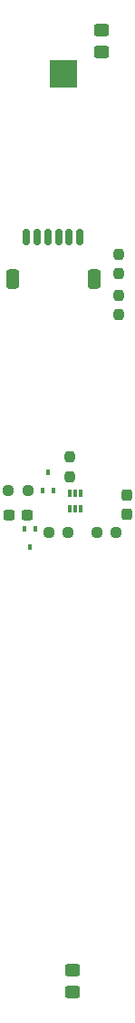
<source format=gbr>
%TF.GenerationSoftware,KiCad,Pcbnew,7.0.5*%
%TF.CreationDate,2023-06-02T13:02:35-04:00*%
%TF.ProjectId,SIDE,53494445-2e6b-4696-9361-645f70636258,rev?*%
%TF.SameCoordinates,Original*%
%TF.FileFunction,Paste,Bot*%
%TF.FilePolarity,Positive*%
%FSLAX46Y46*%
G04 Gerber Fmt 4.6, Leading zero omitted, Abs format (unit mm)*
G04 Created by KiCad (PCBNEW 7.0.5) date 2023-06-02 13:02:35*
%MOMM*%
%LPD*%
G01*
G04 APERTURE LIST*
G04 Aperture macros list*
%AMRoundRect*
0 Rectangle with rounded corners*
0 $1 Rounding radius*
0 $2 $3 $4 $5 $6 $7 $8 $9 X,Y pos of 4 corners*
0 Add a 4 corners polygon primitive as box body*
4,1,4,$2,$3,$4,$5,$6,$7,$8,$9,$2,$3,0*
0 Add four circle primitives for the rounded corners*
1,1,$1+$1,$2,$3*
1,1,$1+$1,$4,$5*
1,1,$1+$1,$6,$7*
1,1,$1+$1,$8,$9*
0 Add four rect primitives between the rounded corners*
20,1,$1+$1,$2,$3,$4,$5,0*
20,1,$1+$1,$4,$5,$6,$7,0*
20,1,$1+$1,$6,$7,$8,$9,0*
20,1,$1+$1,$8,$9,$2,$3,0*%
G04 Aperture macros list end*
%ADD10RoundRect,0.237500X-0.250000X-0.237500X0.250000X-0.237500X0.250000X0.237500X-0.250000X0.237500X0*%
%ADD11RoundRect,0.237500X0.250000X0.237500X-0.250000X0.237500X-0.250000X-0.237500X0.250000X-0.237500X0*%
%ADD12RoundRect,0.237500X0.237500X-0.250000X0.237500X0.250000X-0.237500X0.250000X-0.237500X-0.250000X0*%
%ADD13R,0.460000X0.475000*%
%ADD14RoundRect,0.237500X-0.300000X-0.237500X0.300000X-0.237500X0.300000X0.237500X-0.300000X0.237500X0*%
%ADD15R,2.500000X2.500000*%
%ADD16RoundRect,0.250000X0.450000X-0.325000X0.450000X0.325000X-0.450000X0.325000X-0.450000X-0.325000X0*%
%ADD17R,0.340000X0.700000*%
%ADD18RoundRect,0.150000X0.150000X0.625000X-0.150000X0.625000X-0.150000X-0.625000X0.150000X-0.625000X0*%
%ADD19RoundRect,0.250000X0.350000X0.650000X-0.350000X0.650000X-0.350000X-0.650000X0.350000X-0.650000X0*%
%ADD20RoundRect,0.237500X0.237500X-0.300000X0.237500X0.300000X-0.237500X0.300000X-0.237500X-0.300000X0*%
%ADD21RoundRect,0.250000X-0.450000X0.325000X-0.450000X-0.325000X0.450000X-0.325000X0.450000X0.325000X0*%
G04 APERTURE END LIST*
D10*
%TO.C,R5*%
X155767500Y-97688022D03*
X157592500Y-97688022D03*
%TD*%
D11*
%TO.C,R11*%
X149362500Y-93758022D03*
X147537500Y-93758022D03*
%TD*%
D12*
%TO.C,R2*%
X157830000Y-73630522D03*
X157830000Y-71805522D03*
%TD*%
D13*
%TO.C,Q2*%
X149010000Y-97345022D03*
X150010000Y-97345022D03*
X149510000Y-99021022D03*
%TD*%
D12*
%TO.C,R4*%
X153290000Y-92480522D03*
X153290000Y-90655522D03*
%TD*%
D14*
%TO.C,C2*%
X147587500Y-96048022D03*
X149312500Y-96048022D03*
%TD*%
D12*
%TO.C,R3*%
X157830000Y-77440522D03*
X157830000Y-75615522D03*
%TD*%
D15*
%TO.C,J3*%
X152660000Y-55070000D03*
%TD*%
D16*
%TO.C,D1*%
X156220000Y-53060522D03*
X156220000Y-51010522D03*
%TD*%
D17*
%TO.C,U2*%
X154280000Y-95468022D03*
X153780000Y-95468022D03*
X153280000Y-95468022D03*
X153280000Y-93968022D03*
X153780000Y-93968022D03*
X154280000Y-93968022D03*
%TD*%
D13*
%TO.C,Q1*%
X151730000Y-93738022D03*
X150730000Y-93738022D03*
X151230000Y-92062022D03*
%TD*%
D18*
%TO.C,J4*%
X154220000Y-70218022D03*
X153220000Y-70218022D03*
X152220000Y-70218022D03*
X151220000Y-70218022D03*
X150220000Y-70218022D03*
X149220000Y-70218022D03*
D19*
X155520000Y-74093022D03*
X147920000Y-74093022D03*
%TD*%
D20*
%TO.C,C1*%
X158580000Y-95920522D03*
X158580000Y-94195522D03*
%TD*%
D21*
%TO.C,D2*%
X153500000Y-138313022D03*
X153500000Y-140363022D03*
%TD*%
D10*
%TO.C,R1*%
X151307500Y-97688022D03*
X153132500Y-97688022D03*
%TD*%
M02*

</source>
